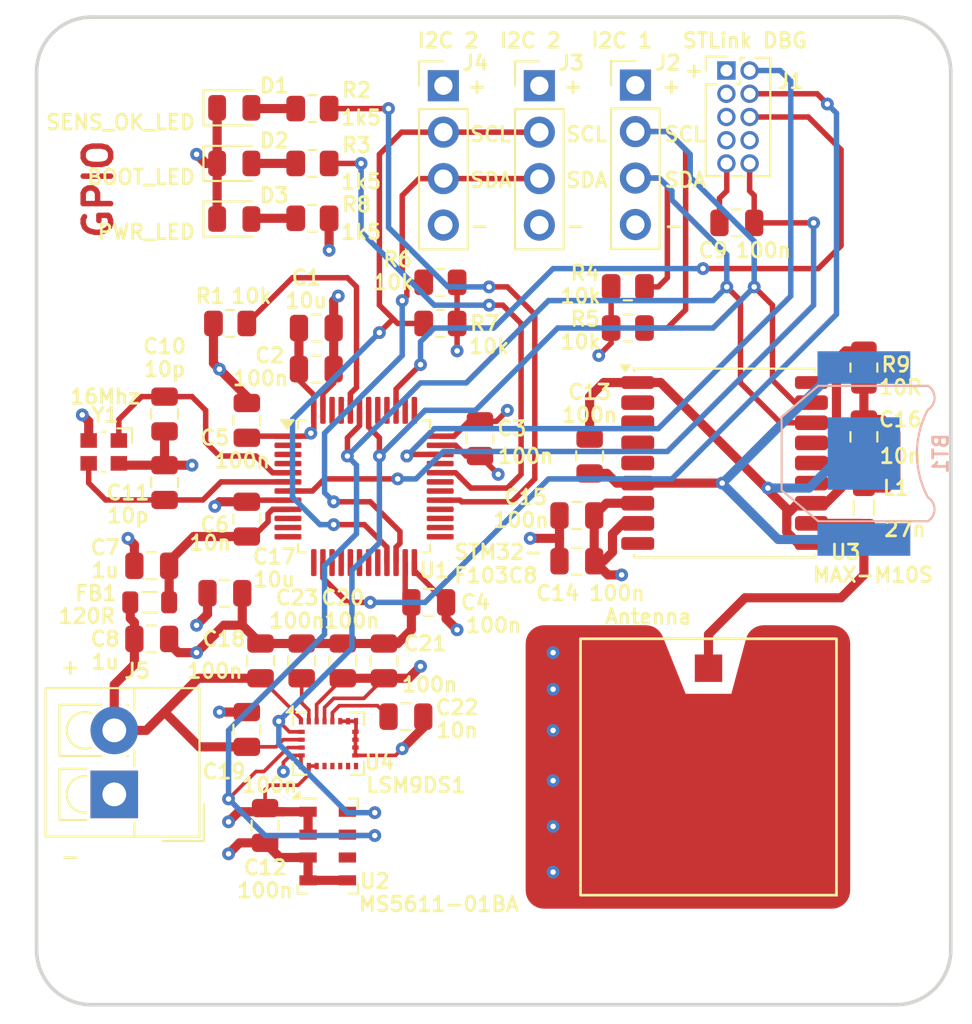
<source format=kicad_pcb>
(kicad_pcb (version 20240108) (generator "pcbnew") (generator_version "8.0")
  (layers (0 "F.Cu" signal) (1 "In1.Cu" power "Ground") (2 "In2.Cu" power "Voltage") (31 "B.Cu" signal) (34 "B.Paste" user) (35 "F.Paste" user) (36 "B.SilkS" user "B.Silkscreen") (37 "F.SilkS" user "F.Silkscreen") (38 "B.Mask" user) (39 "F.Mask" user) (44 "Edge.Cuts" user))
  (net 0 "")
  (net 1 "GND")
  (net 2 "+3.3V")
  (net 3 "/RCC_IN")
  (net 4 "/RCC_OUT")
  (net 5 "/BOOT0")
  (net 6 "/GPS/RF_IN")
  (net 7 "/GPS/V_BCKP")
  (net 8 "+3.3VA")
  (net 9 "NRST")
  (net 10 "/GPS/Antenna Power")
  (net 11 "Net-(U4-CAP)")
  (net 12 "Net-(U4-C1)")
  (net 13 "Net-(D1-A)")
  (net 14 "Net-(D2-A)")
  (net 15 "Net-(D3-A)")
  (net 16 "SWCLK")
  (net 19 "SWO")
  (net 20 "SWDIO")
  (net 21 "/SCL2")
  (net 22 "/SDA2")
  (net 23 "/SENS_OK_LED")
  (net 24 "/BOOT_LED")
  (net 25 "/GPS/VCC_RF")
  (net 52 "SCL1")
  (net 54 "SDA1")
  (footprint "Capacitor_SMD:C_0805_2012Metric" (layer "F.Cu") (at 92.2 84.25)
    (property "Reference" "C22")
    (property "Value" "10n")
  )
  (footprint "Capacitor_SMD:C_0805_2012Metric" (layer "F.Cu") (at 91 81.2 90)
    (property "Reference" "C21")
    (property "Value" "100n")
  )
  (footprint "LED_SMD:LED_0805_2012Metric" (layer "F.Cu") (at 82.8125 57.04)
    (property "Reference" "D3")
    (property "Value" "PWR_LED")
  )
  (footprint "Resistor_SMD:R_0805_2012Metric" (layer "F.Cu") (at 87.0875 57)
    (property "Reference" "R8")
    (property "Value" "1k5")
  )
  (footprint "Capacitor_SMD:C_0805_2012Metric" (layer "F.Cu") (at 83.5 68.05 90)
    (property "Reference" "C5")
    (property "Value" "100n")
  )
  (footprint "Package_LGA:LGA-24L_3x3.5mm_P0.43mm" (layer "F.Cu") (at 87.965 85.725)
    (property "Reference" "U4")
    (property "Value" "LSM9DS1")
  )
  (footprint "Capacitor_SMD:C_0805_2012Metric" (layer "F.Cu") (at 82.3 77.5)
    (property "Reference" "C17")
    (property "Value" "10u")
  )
  (footprint "Capacitor_SMD:C_0805_2012Metric" (layer "F.Cu") (at 78.3 80)
    (property "Reference" "C8")
    (property "Value" "1u")
  )
  (footprint "Connector_PinHeader_2.54mm:PinHeader_1x04_P2.54mm_Vertical" (layer "F.Cu") (at 99.5 49.75)
    (property "Reference" "J3")
    (property "Value" "Conn_01x04_Pin")
  )
  (footprint "MountingHole:MountingHole_2.2mm_M2" (layer "F.Cu") (at 75 49)
    (property "Reference" "H2")
    (property "Value" "MountingHole")
  )
  (footprint "LED_SMD:LED_0805_2012Metric" (layer "F.Cu") (at 82.8125 50.96)
    (property "Reference" "D1")
    (property "Value" "SENS_OK_LED")
  )
  (footprint "Resistor_SMD:R_0805_2012Metric" (layer "F.Cu") (at 117.25 65.1625 -90)
    (property "Reference" "R9")
    (property "Value" "10R")
  )
  (footprint "Capacitor_SMD:C_0805_2012Metric" (layer "F.Cu") (at 87.3 65.25)
    (property "Reference" "C2")
    (property "Value" "100n")
  )
  (footprint "MountingHole:MountingHole_2.2mm_M2" (layer "F.Cu") (at 119 97)
    (property "Reference" "H4")
    (property "Value" "MountingHole")
  )
  (footprint "Capacitor_SMD:C_0805_2012Metric" (layer "F.Cu") (at 79 67.7 -90)
    (property "Reference" "C10")
    (property "Value" "10p")
  )
  (footprint "Capacitor_SMD:C_0805_2012Metric" (layer "F.Cu") (at 110.3 57.25 180)
    (property "Reference" "C9")
    (property "Value" "100n")
  )
  (footprint "Connector_PinHeader_2.54mm:PinHeader_1x04_P2.54mm_Vertical" (layer "F.Cu") (at 94.25 49.75)
    (property "Reference" "J4")
    (property "Value" "Conn_01x04_Pin")
  )
  (footprint "Resistor_SMD:R_0805_2012Metric" (layer "F.Cu") (at 94.0875 62.75 180)
    (property "Reference" "R7")
    (property "Value" "10k")
  )
  (footprint "Capacitor_SMD:C_0805_2012Metric" (layer "F.Cu") (at 87.3 63)
    (property "Reference" "C1")
    (property "Value" "10u")
  )
  (footprint "Capacitor_SMD:C_0805_2012Metric" (layer "F.Cu") (at 83.5 73.45 90)
    (property "Reference" "C6")
    (property "Value" "10n")
  )
  (footprint "RF_GPS:ublox_MAX" (layer "F.Cu") (at 109.63 70.38)
    (property "Reference" "U3")
    (property "Value" "MAX-M10S")
  )
  (footprint "MountingHole:MountingHole_2.2mm_M2" (layer "F.Cu") (at 75.12132 97.12132)
    (property "Reference" "H3")
    (property "Value" "MountingHole")
  )
  (footprint "Connector_PinHeader_1.27mm:PinHeader_2x05_P1.27mm_Vertical" (layer "F.Cu") (at 109.73 48.92)
    (property "Reference" "J1")
    (property "Value" "Conn_ARM_JTAG_SWD_10")
  )
  (footprint "Resistor_SMD:R_0805_2012Metric" (layer "F.Cu") (at 104.3375 60.75)
    (property "Reference" "R4")
    (property "Value" "10k")
  )
  (footprint "Resistor_SMD:R_0805_2012Metric" (layer "F.Cu") (at 87.0875 51)
    (property "Reference" "R2")
    (property "Value" "1k5")
  )
  (footprint "Capacitor_SMD:C_0805_2012Metric" (layer "F.Cu") (at 83.5 84.95 90)
    (property "Reference" "C19")
    (property "Value" "100n")
  )
  (footprint "Resistor_SMD:R_0805_2012Metric" (layer "F.Cu") (at 94.0875 60.5 180)
    (property "Reference" "R6")
    (property "Value" "10k")
  )
  (footprint "Capacitor_SMD:C_0805_2012Metric" (layer "F.Cu") (at 79 71.45 90)
    (property "Reference" "C11")
    (property "Value" "10p")
  )
  (footprint "Package_LGA:LGA-8_3x5mm_P1.25mm" (layer "F.Cu") (at 87.925 91.325)
    (property "Reference" "U2")
    (property "Value" "MS5611-01BA")
  )
  (footprint "Resistor_SMD:R_0805_2012Metric" (layer "F.Cu") (at 104.3375 63)
    (property "Reference" "R5")
    (property "Value" "10k")
  )
  (footprint "Inductor_SMD:L_0805_2012Metric" (layer "F.Cu") (at 78.1875 78 180)
    (property "Reference" "FB1")
    (property "Value" "120R")
  )
  (footprint "Capacitor_SMD:C_0805_2012Metric" (layer "F.Cu") (at 117.25 68.95 -90)
    (property "Reference" "C16")
    (property "Value" "10n")
  )
  (footprint "Capacitor_SMD:C_0805_2012Metric" (layer "F.Cu") (at 84.5 90.2 -90)
    (property "Reference" "C12")
    (property "Value" "100n")
  )
  (footprint "Capacitor_SMD:C_0805_2012Metric" (layer "F.Cu") (at 78.3 76 180)
    (property "Reference" "C7")
    (property "Value" "1u")
  )
  (footprint "LED_SMD:LED_0805_2012Metric" (layer "F.Cu") (at 82.8125 54)
    (property "Reference" "D2")
    (property "Value" "BOOT_LED")
  )
  (footprint "Inductor_SMD:L_0805_2012Metric" (layer "F.Cu") (at 117.25 72.8125 -90)
    (property "Reference" "L1")
    (property "Value" "27n")
  )
  (footprint "Capacitor_SMD:C_0805_2012Metric" (layer "F.Cu") (at 88.75 81.2 90)
    (property "Reference" "C20")
    (property "Value" "100n")
  )
  (footprint "MountingHole:MountingHole_2.2mm_M2" (layer "F.Cu") (at 119 49)
    (property "Reference" "H1")
    (property "Value" "MountingHole")
  )
  (footprint "Capacitor_SMD:C_0805_2012Metric" (layer "F.Cu") (at 84.25 81.2 90)
    (property "Reference" "C18")
    (property "Value" "100n")
  )
  (footprint "TerminalBlock_4Ucon:TerminalBlock_4Ucon_1x02_P3.50mm_Vertical" (layer "F.Cu") (at 76.25 88.5 90)
    (property "Reference" "J5")
    (property "Value" "Screw_Terminal_01x02")
  )
  (footprint "Capacitor_SMD:C_0805_2012Metric" (layer "F.Cu") (at 101.55 73.25 180)
    (property "Reference" "C15")
    (property "Value" "100n")
  )
  (footprint "Connector_PinHeader_2.54mm:PinHeader_1x04_P2.54mm_Vertical" (layer "F.Cu") (at 104.75 49.72)
    (property "Reference" "J2")
    (property "Value" "Conn_01x04_Pin")
  )
  (footprint "Crystal:Crystal_SMD_Abracon_ABM10-4Pin_2.5x2.0mm" (layer "F.Cu") (at 75.675 69.775 -90)
    (property "Reference" "Y1")
    (property "Value" "16Mhz")
  )
  (footprint "Capacitor_SMD:C_0805_2012Metric" (layer "F.Cu") (at 101.55 75.75 180)
    (property "Reference" "C14")
    (property "Value" "100n")
  )
  (footprint "Capacitor_SMD:C_0805_2012Metric" (layer "F.Cu") (at 86.5 81.2 90)
    (property "Reference" "C23")
    (property "Value" "100n")
  )
  (footprint "Resistor_SMD:R_0805_2012Metric" (layer "F.Cu") (at 82.5875 62.75)
    (property "Reference" "R1")
    (property "Value" "10k")
  )
  (footprint "Capacitor_SMD:C_0805_2012Metric" (layer "F.Cu") (at 93.45 78 180)
    (property "Reference" "C4")
    (property "Value" "100n")
  )
  (footprint "PatchAntenna:SGGP.12.A" (layer "F.Cu") (at 108.242 89.076 180)
    (property "Reference" "Antenna1")
    (property "Value" "Antenna_Chip")
  )
  (footprint "Capacitor_SMD:C_0805_2012Metric" (layer "F.Cu") (at 96.25 69.05 -90)
    (property "Reference" "C3")
    (property "Value" "100n")
  )
  (footprint "Resistor_SMD:R_0805_2012Metric" (layer "F.Cu") (at 87.0875 54)
    (property "Reference" "R3")
    (property "Value" "1k5")
  )
  (footprint "Package_QFP:LQFP-48_7x7mm_P0.5mm" (layer "F.Cu") (at 89.9125 71.6625)
    (property "Reference" "U1")
    (property "Value" "STM32F103C8Tx")
  )
  (footprint "Capacitor_SMD:C_0805_2012Metric" (layer "F.Cu") (at 102.25 70 90)
    (property "Reference" "C13")
    (property "Value" "100n")
  )
  (footprint "Battery:BatteryHolder_Keystone_2998_1x6.8mm" (layer "B.Cu") (at 117.25 69.8625 90)
    (property "Reference" "BT1")
    (property "Value" "Battery_Cell")
  )
  (gr_line (start 75 100) (end 119 100) (stroke (width 0.2)) (layer "Edge.Cuts"))
  (gr_line (start 122 97) (end 122 49) (stroke (width 0.2)) (layer "Edge.Cuts"))
  (gr_arc (start 72 49) (mid 72.87868 46.87868) (end 75 46) (stroke (width 0.2)) (layer "Edge.Cuts"))
  (gr_arc (start 119 46) (mid 121.12132 46.87868) (end 122 49) (stroke (width 0.2)) (layer "Edge.Cuts"))
  (gr_line (start 119 46) (end 75 46) (stroke (width 0.2)) (layer "Edge.Cuts"))
  (gr_line (start 72 49) (end 72 97) (stroke (width 0.2)) (layer "Edge.Cuts"))
  (gr_arc (start 75 100) (mid 72.87868 99.12132) (end 72 97) (stroke (width 0.2)) (layer "Edge.Cuts"))
  (gr_arc (start 122 97) (mid 121.12132 99.12132) (end 119 100) (stroke (width 0.2)) (layer "Edge.Cuts"))
  (gr_text "GPIO" (at 76.25 58.25 90) (layer "F.Cu") (effects (font (size 1.5 1.5) (thickness 0.3) (bold yes)) (justify left bottom)))
  (gr_text "Antenna" (at 103 79.25 0) (layer "F.SilkS") (effects (font (size 0.8 0.8) (thickness 0.153)) (justify left bottom)))
  (gr_text "I2C 1" (at 102.25 47.75 0) (layer "F.SilkS") (effects (font (size 0.8 0.8) (thickness 0.153)) (justify left bottom)))
  (gr_text "-" (at 95.625 57.875 0) (layer "F.SilkS") (effects (font (size 0.8 0.8) (thickness 0.153)) (justify left bottom)))
  (gr_text "-" (at 106.25 57.875 0) (layer "F.SilkS") (effects (font (size 0.8 0.8) (thickness 0.153)) (justify left bottom)))
  (gr_text "SDA" (at 106.25 55.375 0) (layer "F.SilkS") (effects (font (size 0.8 0.8) (thickness 0.153)) (justify left bottom)))
  (gr_text "SCL" (at 95.625 52.875 0) (layer "F.SilkS") (effects (font (size 0.8 0.8) (thickness 0.153)) (justify left bottom)))
  (gr_text "SCL" (at 100.875 52.875 0) (layer "F.SilkS") (effects (font (size 0.8 0.8) (thickness 0.153)) (justify left bottom)))
  (gr_text "SDA" (at 95.625 55.375 0) (layer "F.SilkS") (effects (font (size 0.8 0.8) (thickness 0.153)) (justify left bottom)))
  (gr_text "STLink DBG" (at 107.25 47.75 0) (layer "F.SilkS") (effects (font (size 0.8 0.8) (thickness 0.153)) (justify left bottom)))
  (gr_text "+" (at 73.25 82 0) (layer "F.SilkS") (effects (font (size 0.8 0.8) (thickness 0.153)) (justify left bottom)))
  (gr_text "SCL" (at 106.25 52.875 0) (layer "F.SilkS") (effects (font (size 0.8 0.8) (thickness 0.153)) (justify left bottom)))
  (gr_text "+" (at 107.375 49.375 0) (layer "F.SilkS") (effects (font (size 0.8 0.8) (thickness 0.153)) (justify left bottom)))
  (gr_text "+" (at 100.75 50.25 0) (layer "F.SilkS") (effects (font (size 0.8 0.8) (thickness 0.153)) (justify left bottom)))
  (gr_text "SDA" (at 100.875 55.375 0) (layer "F.SilkS") (effects (font (size 0.8 0.8) (thickness 0.153)) (justify left bottom)))
  (gr_text "STM32-\nF103C8\n" (at 94.75 77 0) (layer "F.SilkS") (effects (font (size 0.8 0.8) (thickness 0.153)) (justify left bottom)))
  (gr_text "-" (at 73.25 92.375 0) (layer "F.SilkS") (effects (font (size 0.8 0.8) (thickness 0.153)) (justify left bottom)))
  (gr_text "I2C 2" (at 92.75 47.75 0) (layer "F.SilkS") (effects (font (size 0.8 0.8) (thickness 0.153)) (justify left bottom)))
  (gr_text "-" (at 100.875 57.875 0) (layer "F.SilkS") (effects (font (size 0.8 0.8) (thickness 0.153)) (justify left bottom)))
  (gr_text "+" (at 106.125 50.25 0) (layer "F.SilkS") (effects (font (size 0.8 0.8) (thickness 0.153)) (justify left bottom)))
  (gr_text "+" (at 95.5 50.25 0) (layer "F.SilkS") (effects (font (size 0.8 0.8) (thickness 0.153)) (justify left bottom)))
  (gr_text "I2C 2" (at 97.25 47.75 0) (layer "F.SilkS") (effects (font (size 0.8 0.8) (thickness 0.153)) (justify left bottom)))
  (segment (start 89.44 86.37) (end 91.63 86.37) (width 0.2) (layer "F.Cu") (net 1))
  (segment (start 81.875 50.96) (end 81.875 54) (width 0.5) (layer "F.Cu") (net 1))
  (segment (start 100.6 73.25) (end 100.6 74.5) (width 0.5) (layer "F.Cu") (net 1))
  (segment (start 109.75 54.02) (end 109.73 54) (width 0.3) (layer "F.Cu") (net 1))
  (segment (start 83.5 84) (end 82 84) (width 0.5) (layer "F.Cu") (net 1))
  (segment (start 86.46 86.4) (end 86.46 86.95) (width 0.2) (layer "F.Cu") (net 1))
  (segment (start 89.04 84.5) (end 89.47 84.5) (width 0.2) (layer "F.Cu") (net 1))
  (segment (start 83.25 79.25) (end 84.25 80.25) (width 0.5) (layer "F.Cu") (net 1))
  (segment (start 79 70.5) (end 80.5 70.5) (width 0.5) (layer "F.Cu") (net 1))
  (segment (start 77.35 74.85) (end 77 74.5) (width 0.5) (layer "F.Cu") (net 1))
  (segment (start 79.25 80.25) (end 79.25 80) (width 0.5) (layer "F.Cu") (net 1))
  (segment (start 117.25 69.9) (end 116 71.15) (width 0.5) (layer "F.Cu") (net 1))
  (segment (start 94.91562 69.4125) (end 95.1625 69.65938) (width 0.3) (layer "F.Cu") (net 1))
  (segment (start 113.03 73.75) (end 113.03 72.88) (width 0.5) (layer "F.Cu") (net 1))
  (segment (start 86.85 93.2) (end 89 93.2) (width 0.5) (layer "F.Cu") (net 1))
  (segment (start 82.25 79.25) (end 83.25 79.25) (width 0.5) (layer "F.Cu") (net 1))
  (segment (start 87.6625 66.5875) (end 88.25 66) (width 0.3) (layer "F.Cu") (net 1))
  (segment (start 74.85 68.1) (end 74.5 67.75) (width 0.5) (layer "F.Cu") (net 1))
  (segment (start 85.5 86.75) (end 85.88 86.37) (width 0.2) (layer "F.Cu") (net 1))
  (segment (start 88.25 61.5) (end 88.5 61.25) (width 0.5) (layer "F.Cu") (net 1))
  (segment (start 77.35 76) (end 77.35 74.85) (width 0.5) (layer "F.Cu") (net 1))
  (segment (start 85.3 91.95) (end 84.5 91.15) (width 0.5) (layer "F.Cu") (net 1))
  (segment (start 96.25 70) (end 97.25 71) (width 0.3) (layer "F.Cu") (net 1))
  (segment (start 100.6 74.5) (end 100.6 75.75) (width 0.5) (layer "F.Cu") (net 1))
  (segment (start 95.1625 69.65938) (end 95.1625 69.6625) (width 0.3) (layer "F.Cu") (net 1))
  (segment (start 86.85 91.95) (end 85.3 91.95) (width 0.5) (layer "F.Cu") (net 1))
  (segment (start 85.5 87.25) (end 85.5 86.75) (width 0.2) (layer "F.Cu") (net 1))
  (segment (start 95.5 70) (end 96.25 70) (width 0.3) (layer "F.Cu") (net 1))
  (segment (start 82 65.25) (end 81.675 64.925) (width 0.5) (layer "F.Cu") (net 1))
  (segment (start 88.25 63) (end 88.25 65.25) (width 0.5) (layer "F.Cu") (net 1))
  (segment (start 93.15 84.25) (end 93.15 84.85) (width 0.5) (layer "F.Cu") (net 1))
  (segment (start 91.63 86.37) (end 92 86) (width 0.2) (layer "F.Cu") (net 1))
  (segment (start 116 71.15) (end 116 71.75) (width 0.5) (layer "F.Cu") (net 1))
  (segment (start 103.02 65.98) (end 102.25 66.75) (width 0.5) (layer "F.Cu") (net 1))
  (segment (start 115.17 72.58) (end 114.38 72.58) (width 0.5) (layer "F.Cu") (net 1))
  (segment (start 116 71.75) (end 115.17 72.58) (width 0.5) (layer "F.Cu") (net 1))
  (segment (start 79 68.65) (end 79 70.5) (width 0.5) (layer "F.Cu") (net 1))
  (segment (start 92.1625 77.6625) (end 92.5 78) (width 0.3) (layer "F.Cu") (net 1))
  (segment (start 88.61 84.5) (end 89.04 84.5) (width 0.2) (layer "F.Cu") (net 1))
  (segment (start 113.03 73.75) (end 113.03 73.20522) (width 0.5) (layer "F.Cu") (net 1))
  (segment (start 104.88 65.98) (end 103.02 65.98) (width 0.5) (layer "F.Cu") (net 1))
  (segment (start 109.35 57.25) (end 109.35 55.9) (width 0.3) (layer "F.Cu") (net 1))
  (segment (start 81.25 54) (end 80.75 53.5) (width 0.5) (layer "F.Cu") (net 1))
  (segment (start 94.075 69.4125) (end 94.91562 69.4125) (width 0.3) (layer "F.Cu") (net 1))
  (segment (start 76.6 70.5) (end 76.5 70.4) (width 0.5) (layer "F.Cu") (net 1))
  (segment (start 81.875 54) (end 81.25 54) (width 0.5) (layer "F.Cu") (net 1))
  (segment (start 83.5 72.5) (end 82 72.5) (width 0.5) (layer "F.Cu") (net 1))
  (segment (start 102.25 66.75) (end 102.25 69.05) (width 0.5) (layer "F.Cu") (net 1))
  (segment (start 85.88 86.37) (end 86.49 86.37) (width 0.2) (layer "F.Cu") (net 1))
  (segment (start 89.44 85.08) (end 89.44 85.51) (width 0.2) (layer "F.Cu") (net 1))
  (segment (start 106.13 65.98) (end 104.88 65.98) (width 0.5) (layer "F.Cu") (net 1))
  (segment (start 85.75 72.4125) (end 83.3375 72.4125) (width 0.3) (layer "F.Cu") (net 1))
  (segment (start 113.03 74.15478) (end 113.03 73.75) (width 0.5) (layer "F.Cu") (net 1))
  (segment (start 74.85 69.15) (end 74.85 68.1) (width 0.5) (layer "F.Cu") (net 1))
  (segment (start 92.1625 75.825) (end 92.1625 77.6625) (width 0.3) (layer "F.Cu") (net 1))
  (segment (start 109.75 55.5) (end 109.75 54.02) (width 0.3) (layer "F.Cu") (net 1))
  (segment (start 113.65522 74.78) (end 113.03 74.15478) (width 0.5) (layer "F.Cu") (net 1))
  (segment (start 82 72.5) (end 81.75 72.75) (width 0.5) (layer "F.Cu") (net 1))
  (segment (start 113.03 72.88) (end 106.13 65.98) (width 0.5) (layer "F.Cu") (net 1))
  (segment (start 100.6 74.5) (end 99 74.5) (width 0.5) (layer "F.Cu") (net 1))
  (segment (start 86.49 86.37) (end 86.46 86.4) (width 0.2) (layer "F.Cu") (net 1))
  (segment (start 79.75 80.75) (end 79.25 80.25) (width 0.5) (layer "F.Cu") (net 1))
  (segment (start 86.5 80.25) (end 88.75 80.25) (width 0.5) (layer "F.Cu") (net 1))
  (segment (start 89.44 85.94) (end 89.44 86.37) (width 0.2) (layer "F.Cu") (net 1))
  (segment (start 84.25 80.25) (end 86.5 80.25) (width 0.5) (layer "F.Cu") (net 1))
  (segment (start 92.5 79.5) (end 92.5 78) (width 0.5) (layer "F.Cu") (net 1))
  (segment (start 109.35 55.9) (end 109.75 55.5) (width 0.3) (layer "F.Cu") (net 1))
  (segment (start 83.5 67.1) (end 83.5 66.75) (width 0.5) (layer "F.Cu") (net 1))
  (segment (start 89.47 84.5) (end 89.47 85.05) (width 0.2) (layer "F.Cu") (net 1))
  (segment (start 83.3375 72.4125) (end 83.25 72.5) (width 0.3) (layer "F.Cu") (net 1))
  (segment (start 87.6625 67.5) (end 87.6625 66.5875) (width 0.3) (layer "F.Cu") (net 1))
  (segment (start 86.85 91.95) (end 86.85 93.2) (width 0.5) (layer "F.Cu") (net 1))
  (segment (start 80.75 80.75) (end 82.25 79.25) (width 0.5) (layer "F.Cu") (net 1))
  (segment (start 88.75 80.25) (end 91 80.25) (width 0.5) (layer "F.Cu") (net 1))
  (segment (start 81.675 64.925) (end 81.675 62.75) (width 0.5) (layer "F.Cu") (net 1))
  (segment (start 91.75 80.25) (end 92.5 79.5) (width 0.5) (layer "F.Cu") (net 1))
  (segment (start 93.15 84.85) (end 92 86) (width 0.5) (layer "F.Cu") (net 1))
  (segment (start 89.47 85.05) (end 89.44 85.08) (width 0.2) (layer "F.Cu") (net 1))
  (segment (start 91 80.25) (end 91.75 80.25) (width 0.5) (layer "F.Cu") (net 1))
  (segment (start 114.38 74.78) (end 113.65522 74.78) (width 0.5) (layer "F.Cu") (net 1))
  (segment (start 83.1 91.15) (end 82.5 91.75) (width 0.5) (layer "F.Cu") (net 1))
  (segment (start 80.75 80.75) (end 79.75 80.75) (width 0.5) (layer "F.Cu") (net 1))
  (segment (start 81.875 54) (end 81.875 57.04) (width 0.5) (layer "F.Cu") (net 1))
  (segment (start 113.65522 72.58) (end 114.38 72.58) (width 0.5) (layer "F.Cu") (net 1))
  (segment (start 113.03 73.20522) (end 113.65522 72.58) (width 0.5) (layer "F.Cu") (net 1))
  (segment (start 88.25 66) (end 88.25 65.25) (width 0.3) (layer "F.Cu") (net 1))
  (segment (start 89.44 85.51) (end 89.44 85.94) (width 0.2) (layer "F.Cu") (net 1))
  (segment (start 83.5 66.75) (end 82 65.25) (width 0.5) (layer "F.Cu") (net 1))
  (segment (start 88.25 63) (end 88.25 61.5) (width 0.5) (layer "F.Cu") (net 1))
  (segment (start 79 70.5) (end 76.6 70.5) (width 0.5) (layer "F.Cu") (net 1))
  (segment (start 84.5 91.15) (end 83.1 91.15) (width 0.5) (layer "F.Cu") (net 1))
  (segment (start 95.1625 69.6625) (end 95.5 70) (width 0.3) (layer "F.Cu") (net 1))
  (segment (start 83.25 77.5) (end 83.25 79.25) (width 0.5) (layer "F.Cu") (net 1))
  (via (at 100.25 80.75) (size 0.7) (drill 0.3) (layers "F.Cu" "B.Cu") (net 1))
  (via (at 92 86) (size 0.7) (drill 0.3) (layers "F.Cu" "B.Cu") (net 1))
  (via (at 100.25 87.75) (size 0.7) (drill 0.3) (layers "F.Cu" "B.Cu") (net 1))
  (via (at 100.25 85) (size 0.7) (drill 0.3) (layers "F.Cu" "B.Cu") (net 1))
  (via (at 82 84) (size 0.7) (drill 0.3) (layers "F.Cu" "B.Cu") (net 1))
  (via (at 80.75 53.5) (size 0.7) (drill 0.3) (layers "F.Cu" "B.Cu") (net 1))
  (via (at 100.25 92.75) (size 0.7) (drill 0.3) (layers "F.Cu" "B.Cu") (net 1))
  (via (at 100.25 90.25) (size 0.7) (drill 0.3) (layers "F.Cu" "B.Cu") (net 1))
  (via (at 82.5 91.75) (size 0.7) (drill 0.3) (layers "F.Cu" "B.Cu") (net 1))
  (via (at 74.5 67.75) (size 0.7) (drill 0.3) (layers "F.Cu" "B.Cu") (net 1))
  (via (at 80.75 80.75) (size 0.7) (drill 0.3) (layers "F.Cu" "B.Cu") (net 1))
  (via (at 97.25 71) (size 0.7) (drill 0.3) (layers "F.Cu" "B.Cu") (net 1))
  (via (at 81.75 72.75) (size 0.7) (drill 0.3) (layers "F.Cu" "B.Cu") (net 1))
  (via (at 85.5 87.25) (size 0.7) (drill 0.3) (layers "F.Cu" "B.Cu") (net 1))
  (via (at 80.5 70.5) (size 0.7) (drill 0.3) (layers "F.Cu" "B.Cu") (net 1))
  (via (at 77 74.5) (size 0.7) (drill 0.3) (layers "F.Cu" "B.Cu") (net 1))
  (via (at 88.5 61.25) (size 0.7) (drill 0.3) (layers "F.Cu" "B.Cu") (net 1))
  (via (at 99 74.5) (size 0.7) (drill 0.3) (layers "F.Cu" "B.Cu") (net 1))
  (via (at 112 71.75) (size 0.7) (drill 0.3) (layers "F.Cu" "B.Cu") (net 1))
  (via (at 100.25 82.75) (size 0.7) (drill 0.3) (layers "F.Cu" "B.Cu") (net 1))
  (via (at 82 65.25) (size 0.7) (drill 0.3) (layers "F.Cu" "B.Cu") (net 1))
  (segment (start 112 71.75) (end 114.25 71.75) (width 0.5) (layer "B.Cu") (net 1))
  (segment (start 116.1375 69.8625) (end 117.25 69.8625) (width 0.5) (layer "B.Cu") (net 1))
  (segment (start 114.25 71.75) (end 116.1375 69.8625) (width 0.5) (layer "B.Cu") (net 1))
  (segment (start 77.35 79.1) (end 77.125 78.875) (width 0.5) (layer "F.Cu") (net 2))
  (segment (start 84.5 88.25) (end 84.75 88) (width 0.2) (layer "F.Cu") (net 2))
  (segment (start 87.32 83.58) (end 88.75 82.15) (width 0.2) (layer "F.Cu") (net 2))
  (segment (start 85.5 89.45) (end 84.7 89.45) (width 0.5) (layer "F.Cu") (net 2))
  (segment (start 80.9 85.9) (end 83.5 85.9) (width 0.5) (layer "F.Cu") (net 2))
  (segment (start 88.9 82.15) (end 88.75 82.15) (width 0.2) (layer "F.Cu") (net 2))
  (segment (start 79 84) (end 80.85 82.15) (width 0.5) (layer "F.Cu") (net 2))
  (segment (start 94.075 68.9125) (end 94.8375 68.9125) (width 0.3) (layer "F.Cu") (net 2))
  (segment (start 103.17 72.58) (end 104.88 72.58) (width 0.5) (layer "F.Cu") (net 2))
  (segment (start 95.65 68.1) (end 96.25 68.1) (width 0.3) (layer "F.Cu") (net 2))
  (segment (start 94.4 78.9) (end 94.4 78) (width 0.5) (layer "F.Cu") (net 2))
  (segment (start 87.75 84.5) (end 87.75 83.75) (width 0.2) (layer "F.Cu") (net 2))
  (segment (start 77.125 78.875) (end 77.125 78) (width 0.5) (layer "F.Cu") (net 2))
  (segment (start 103.425 60.75) (end 103.425 63) (width 0.3) (layer "F.Cu") (net 2))
  (segment (start 86.46 84.36) (end 84.25 82.15) (width 0.2) (layer "F.Cu") (net 2))
  (segment (start 77.35 80) (end 77.35 81.4) (width 0.5) (layer "F.Cu") (net 2))
  (segment (start 93 81.5) (end 92.35 82.15) (width 0.5) (layer "F.Cu") (net 2))
  (segment (start 83.05 89.45) (end 82.5 90) (width 0.5) (layer "F.Cu") (net 2))
  (segment (start 84.7 89.45) (end 84.5 89.25) (width 0.5) (layer "F.Cu") (net 2))
  (segment (start 78 85) (end 79 84) (width 0.5) (layer "F.Cu") (net 2))
  (segment (start 88.25 83.25) (end 89.9 83.25) (width 0.2) (layer "F.Cu") (net 2))
  (segment (start 77.35 80) (end 77.35 79.1) (width 0.5) (layer "F.Cu") (net 2))
  (segment (start 97.15 68.1) (end 97.75 67.5) (width 0.3) (layer "F.Cu") (net 2))
  (segment (start 86.8375 68.9125) (end 87 68.75) (width 0.3) (layer "F.Cu") (net 2))
  (segment (start 84.5 89.25) (end 84.5 88.25) (width 0.2) (layer "F.Cu") (net 2))
  (segment (start 87.1625 67.5) (end 87.1625 68.5875) (width 0.3) (layer "F.Cu") (net 2))
  (segment (start 83.5875 68.9125) (end 83.5 69) (width 0.3) (layer "F.Cu") (net 2))
  (segment (start 94.8375 68.9125) (end 95.65 68.1) (width 0.3) (layer "F.Cu") (net 2))
  (segment (start 104.07 73.68) (end 103.5 74.25) (width 0.5) (layer "F.Cu") (net 2))
  (segment (start 95 79.5) (end 94.4 78.9) (width 0.5) (layer "F.Cu") (net 2))
  (segment (start 92.6625 76.2625) (end 94.4 78) (width 0.3) (layer "F.Cu") (net 2))
  (segment (start 85.75 68.9125) (end 83.5875 68.9125) (width 0.3) (layer "F.Cu") (net 2))
  (segment (start 102.5 75.75) (end 102.5 73.25) (width 0.5) (layer "F.Cu") (net 2))
  (segment (start 95 62.75) (end 95 64.25) (width 0.3) (layer "F.Cu") (net 2))
  (segment (start 89.9 83.25) (end 91 82.15) (width 0.2) (layer "F.Cu") (net 2))
  (segment (start 86.85 89.45) (end 85.5 89.45) (width 0.5) (layer "F.Cu") (net 2))
  (segment (start 102.5 73.25) (end 103.17 72.58) (width 0.5) (layer "F.Cu") (net 2))
  (segment (start 87.1625 66.6625) (end 86.35 65.85) (width 0.3) (layer "F.Cu") (net 2))
  (segment (start 84.75 88) (end 86.3 88) (width 0.2) (layer "F.Cu") (net 2))
  (segment (start 102.5 75.75) (end 103.25 76.5) (width 0.5) (layer "F.Cu") (net 2))
  (segment (start 86.3 88) (end 86.89 87.41) (width 0.2) (layer "F.Cu") (net 2))
  (segment (start 103.25 76.5) (end 104 76.5) (width 0.5) (layer "F.Cu") (net 2))
  (segment (start 77.35 81.4) (end 76.25 82.5) (width 0.5) (layer "F.Cu") (net 2))
  (segment (start 103 75.75) (end 102.5 75.75) (width 0.5) (layer "F.Cu") (net 2))
  (segment (start 103.425 63.825) (end 102.75 64.5) (width 0.3) (layer "F.Cu") (net 2))
  (segment (start 103.5 74.25) (end 103.5 75.25) (width 0.5) (layer "F.Cu") (net 2))
  (segment (start 85.1 85.9) (end 83.5 85.9) (width 0.2) (layer "F.Cu") (net 2))
  (segment (start 76.25 82.5) (end 76.25 85) (width 0.5) (layer "F.Cu") (net 2))
  (segment (start 76.25 85) (end 78 85) (width 0.5) (layer "F.Cu") (net 2))
  (segment (start 80.85 82.15) (end 84.25 82.15) (width 0.5) (layer "F.Cu") (net 2))
  (segment (start 79 84) (end 80.9 85.9) (width 0.5) (layer "F.Cu") (net 2))
  (segment (start 87.32 86.95) (end 86.89 86.95) (width 0.2) (layer "F.Cu") (net 2))
  (segment (start 104.88 73.68) (end 104.07 73.68) (width 0.5) (layer "F.Cu") (net 2))
  (segment (start 81.35 77.5) (end 81.35 78.65) (width 0.5) (layer "F.Cu") (net 2))
  (segment (start 103.425 63) (end 103.425 63.825) (width 0.3) (layer "F.Cu") (net 2))
  (segment (start 86.49 85.51) (end 85.49 85.51) (width 0.2) (layer "F.Cu") (net 2))
  (segment (start 86.35 65.85) (end 86.35 65.25) (width 0.3) (layer "F.Cu") (net 2))
  (segment (start 87.1625 68.5875) (end 87 68.75) (width 0.3) (layer "F.Cu") (net 2))
  (segment (start 103.5 75.25) (end 103 75.75) (width 0.5) (layer "F.Cu") (net 2))
  (segment (start 85.49 85.51) (end 85.1 85.9) (width 0.2) (layer "F.Cu") (net 2))
  (segment (start 92 82.15) (end 91 82.15) (width 0.5) (layer "F.Cu") (net 2))
  (segment (start 92.35 82.15) (end 92 82.15) (width 0.5) (layer "F.Cu") (net 2))
  (segment (start 95 60.5) (end 95 62.75) (width 0.3) (layer "F.Cu") (net 2))
  (segment (start 85.75 68.9125) (end 86.8375 68.9125) (width 0.3) (layer "F.Cu") (net 2))
  (segment (start 86.46 84.5) (end 86.46 84.36) (width 0.2) (layer "F.Cu") (net 2))
  (segment (start 92 82.15) (end 88.75 82.15) (width 0.5) (layer "F.Cu") (net 2))
  (segment (start 87.1625 67.5) (end 87.1625 66.6625) (width 0.3) (layer "F.Cu") (net 2))
  (segment (start 88 57) (end 88 58.75) (width 0.5) (layer "F.Cu") (net 2))
  (segment (start 87.32 84.5) (end 87.32 83.58) (width 0.2) (layer "F.Cu") (net 2))
  (segment (start 86.85 90.7) (end 86.85 89.45) (width 0.5) (layer "F.Cu") (net 2))
  (segment (start 96.25 68.1) (end 97.15 68.1) (width 0.3) (layer "F.Cu") (net 2))
  (segment (start 92.6625 75.825) (end 92.6625 76.2625) (width 0.3) (layer "F.Cu") (net 2))
  (segment (start 81.35 78.65) (end 80.75 79.25) (width 0.5) (layer "F.Cu") (net 2))
  (segment (start 87.75 83.75) (end 88.25 83.25) (width 0.2) (layer "F.Cu") (net 2))
  (segment (start 85.5 89.45) (end 83.05 89.45) (width 0.5) (layer "F.Cu") (net 2))
  (segment (start 86.35 63) (end 86.35 65.25) (width 0.5) (layer "F.Cu") (net 2))
  (segment (start 86.89 87.41) (end 86.89 86.95) (width 0.2) (layer "F.Cu") (net 2))
  (via (at 80.75 79.25) (size 0.7) (drill 0.3) (layers "F.Cu" "B.Cu") (net 2))
  (via (at 82.5 90) (size 0.7) (drill 0.3) (layers "F.Cu" "B.Cu") (net 2))
  (via (at 104 76.5) (size 0.7) (drill 0.3) (layers "F.Cu" "B.Cu") (net 2))
  (via (at 93 81.5) (size 0.7) (drill 0.3) (layers "F.Cu" "B.Cu") (net 2))
  (via (at 95 79.5) (size 0.7) (drill 0.3) (layers "F.Cu" "B.Cu") (net 2))
  (via (at 87 68.75) (size 0.7) (drill 0.3) (layers "F.Cu" "B.Cu") (net 2))
  (via (at 97.75 67.5) (size 0.7) (drill 0.3) (layers "F.Cu" "B.Cu") (net 2))
  (via (at 102.75 64.5) (size 0.7) (drill 0.3) (layers "F.Cu" "B.Cu") (net 2))
  (via (at 88 58.75) (size 0.7) (drill 0.3) (layers "F.Cu" "B.Cu") (net 2))
  (via (at 95 64.25) (size 0.7) (drill 0.3) (layers "F.Cu" "B.Cu") (net 2))
  (segment (start 85.75 70.9125) (end 84.90938 70.9125) (width 0.3) (layer "F.Cu") (net 3))
  (segment (start 83.99688 70) (end 82 70) (width 0.3) (layer "F.Cu") (net 3))
  (segment (start 77.75 66.75) (end 76.5 68) (width 0.3) (layer "F.Cu") (net 3))
  (segment (start 81.25 69.25) (end 81.25 67.5) (width 0.3) (layer "F.Cu") (net 3))
  (segment (start 84.90938 70.9125) (end 84.49844 70.50156) (width 0.3) (layer "F.Cu") (net 3))
  (segment (start 80.5 66.75) (end 79 66.75) (width 0.3) (layer "F.Cu") (net 3))
  (segment (start 76.5 68) (end 76.5 69.15) (width 0.3) (layer "F.Cu") (net 3))
  (segment (start 82 70) (end 81.25 69.25) (width 0.3) (layer "F.Cu") (net 3))
  (segment (start 84.25 70.25312) (end 83.99688 70) (width 0.3) (layer "F.Cu") (net 3))
  (segment (start 81.25 67.5) (end 80.5 66.75) (width 0.3) (layer "F.Cu") (net 3))
  (segment (start 79 66.75) (end 77.75 66.75) (width 0.3) (layer "F.Cu") (net 3))
  (segment (start 84.49844 70.50156) (end 84.25 70.25312) (width 0.3) (layer "F.Cu") (net 3))
  (segment (start 75.775 72.4) (end 74.85 71.475) (width 0.3) (layer "F.Cu") (net 4))
  (segment (start 79 72.4) (end 75.775 72.4) (width 0.3) (layer "F.Cu") (net 4))
  (segment (start 81.1 72.4) (end 79 72.4) (width 0.3) (layer "F.Cu") (net 4))
  (segment (start 82.0875 71.4125) (end 81.1 72.4) (width 0.3) (layer "F.Cu") (net 4))
  (segment (start 85.75 71.4125) (end 82.0875 71.4125) (width 0.3) (layer "F.Cu") (net 4))
  (segment (start 74.85 71.475) (end 74.85 70.4) (width 0.3) (layer "F.Cu") (net 4))
  (segment (start 83.5 62.75) (end 86 60.25) (width 0.3) (layer "F.Cu") (net 5))
  (segment (start 89 60.25) (end 89.5 60.75) (width 0.3) (layer "F.Cu") (net 5))
  (segment (start 89.1625 66.5875) (end 89.1625 67.5) (width 0.3) (layer "F.Cu") (net 5))
  (segment (start 89.5 60.75) (end 89.5 66.25) (width 0.3) (layer "F.Cu") (net 5))
  (segment (start 89.5 66.25) (end 89.1625 66.5875) (width 0.3) (layer "F.Cu") (net 5))
  (segment (start 86 60.25) (end 89 60.25) (width 0.3) (layer "F.Cu") (net 5))
  (segment (start 114.38 73.68) (end 117.055 73.68) (width 0.5) (layer "F.Cu") (net 6))
  (segment (start 110.75 77.75) (end 116 77.75) (width 0.5) (layer "F.Cu") (net 6))
  (segment (start 117.055 73.68) (end 117.25 73.875) (width 0.5) (layer "F.Cu") (net 6))
  (segment (start 108.75 81.6) (end 108.75 79.75) (width 0.5) (layer "F.Cu") (net 6))
  (segment (start 108.75 79.75) (end 110.75 77.75) (width 0.5) (layer "F.Cu") (net 6))
  (segment (start 116 77.75) (end 117.25 76.5) (width 0.5) (layer "F.Cu") (net 6))
  (segment (start 117.25 76.5) (end 117.25 73.875) (width 0.5) (layer "F.Cu") (net 6))
  (segment (start 103.2 70.95) (end 102.25 70.95) (width 0.5) (layer "F.Cu") (net 7))
  (segment (start 104.88 71.48) (end 103.73 71.48) (width 0.5) (layer "F.Cu") (net 7))
  (segment (start 103.73 71.48) (end 103.2 70.95) (width 0.5) (layer "F.Cu") (net 7))
  (segment (start 109.5 71.48) (end 104.88 71.48) (width 0.5) (layer "F.Cu") (net 7))
  (via (at 109.5 71.48) (size 0.7) (drill 0.3) (layers "F.Cu" "B.Cu") (net 7))
  (segment (start 112.5625 74.5625) (end 117.25 74.5625) (width 0.5) (layer "B.Cu") (net 7))
  (segment (start 109.52 71.48) (end 115.8375 65.1625) (width 0.5) (layer "B.Cu") (net 7))
  (segment (start 115.8375 65.1625) (end 117.25 65.1625) (width 0.5) (layer "B.Cu") (net 7))
  (segment (start 109.5 71.48) (end 109.5 71.5) (width 0.5) (layer "B.Cu") (net 7))
  (segment (start 109.5 71.5) (end 112.5625 74.5625) (width 0.5) (layer "B.Cu") (net 7))
  (segment (start 109.5 71.48) (end 109.52 71.48) (width 0.5) (layer "B.Cu") (net 7))
  (segment (start 79.25 75.75) (end 80.6 74.4) (width 0.5) (layer "F.Cu") (net 8))
  (segment (start 84.6625 73.15938) (end 84.6625 73.5875) (width 0.3) (layer "F.Cu") (net 8))
  (segment (start 83.85 74.4) (end 83.25 74.4) (width 0.3) (layer "F.Cu") (net 8))
  (segment (start 80.6 74.4) (end 83.5 74.4) (width 0.5) (layer "F.Cu") (net 8))
  (segment (start 85.75 72.9125) (end 84.90938 72.9125) (width 0.3) (layer "F.Cu") (net 8))
  (segment (start 84.90938 72.9125) (end 84.6625 73.15938) (width 0.3) (layer "F.Cu") (net 8))
  (segment (start 79.25 78) (end 79.25 76) (width 0.5) (layer "F.Cu") (net 8))
  (segment (start 84.6625 73.5875) (end 83.85 74.4) (width 0.3) (layer "F.Cu") (net 8))
  (segment (start 79.25 76) (end 79.25 75.75) (width 0.5) (layer "F.Cu") (net 8))
  (segment (start 85.75 71.9125) (end 87.0875 71.9125) (width 0.3) (layer "F.Cu") (net 9))
  (segment (start 111.25 57.25) (end 111.25 55.75) (width 0.3) (layer "F.Cu") (net 9))
  (segment (start 111.25 55.75) (end 111 55.5) (width 0.3) (layer "F.Cu") (net 9))
  (segment (start 87.0875 71.9125) (end 87.75 71.25) (width 0.3) (layer "F.Cu") (net 9))
  (segment (start 87.75 71.25) (end 91.75 71.25) (width 0.3) (layer "F.Cu") (net 9))
  (segment (start 111 55.5) (end 111 54) (width 0.3) (layer "F.Cu") (net 9))
  (segment (start 114.5 57.25) (end 111.25 57.25) (width 0.3) (layer "F.Cu") (net 9))
  (via (at 91.75 71.25) (size 0.7) (drill 0.3) (layers "F.Cu" "B.Cu") (net 9))
  (via (at 114.5 57.25) (size 0.7) (drill 0.3) (layers "F.Cu" "B.Cu") (net 9))
  (segment (start 92.75 71.25) (end 91.75 71.25) (width 0.3) (layer "B.Cu") (net 9))
  (segment (start 114.5 57.25) (end 114.5 61.75) (width 0.3) (layer "B.Cu") (net 9))
  (segment (start 114.5 61.75) (end 106.5 69.75) (width 0.3) (layer "B.Cu") (net 9))
  (segment (start 94.25 69.75) (end 92.75 71.25) (width 0.3) (layer "B.Cu") (net 9))
  (segment (start 106.5 69.75) (end 94.25 69.75) (width 0.3) (layer "B.Cu") (net 9))
  (segment (start 117.25 66.075) (end 117.25 68) (width 0.5) (layer "F.Cu") (net 10))
  (segment (start 118.25 68) (end 119 68.75) (width 0.5) (layer "F.Cu") (net 10))
  (segment (start 118.5 71.75) (end 117.25 71.75) (width 0.5) (layer "F.Cu") (net 10))
  (segment (start 119 68.75) (end 119 71.25) (width 0.5) (layer "F.Cu") (net 10))
  (segment (start 117.25 68) (end 118.25 68) (width 0.5) (layer "F.Cu") (net 10))
  (segment (start 119 71.25) (end 118.5 71.75) (width 0.5) (layer "F.Cu") (net 10))
  (segment (start 90.65 83.65) (end 91.25 84.25) (width 0.2) (layer "F.Cu") (net 11))
  (segment (start 88.18 84.5) (end 88.18 84.030686) (width 0.2) (layer "F.Cu") (net 11))
  (segment (start 88.560686 83.65) (end 90.65 83.65) (width 0.2) (layer "F.Cu") (net 11))
  (segment (start 88.18 84.030686) (end 88.560686 83.65) (width 0.2) (layer "F.Cu") (net 11))
  (segment (start 86.5 83.5) (end 86.5 82.15) (width 0.2) (layer "F.Cu") (net 12))
  (segment (start 86.89 83.89) (end 86.5 83.5) (width 0.2) (layer "F.Cu") (net 12))
  (segment (start 86.46 82.19) (end 86.5 82.15) (width 0.2) (layer "F.Cu") (net 12))
  (segment (start 86.89 84.5) (end 86.89 83.89) (width 0.2) (layer "F.Cu") (net 12))
  (segment (start 83.79 51) (end 83.75 50.96) (width 0.5) (layer "F.Cu") (net 13))
  (segment (start 86.175 51) (end 83.79 51) (width 0.5) (layer "F.Cu") (net 13))
  (segment (start 86.175 54) (end 83.75 54) (width 0.5) (layer "F.Cu") (net 14))
  (segment (start 86.175 57) (end 83.79 57) (width 0.5) (layer "F.Cu") (net 15))
  (segment (start 83.79 57) (end 83.75 57.04) (width 0.5) (layer "F.Cu") (net 15))
  (segment (start 114.69 50.19) (end 111 50.19) (width 0.3) (layer "F.Cu") (net 16))
  (segment (start 87.6625 76.66562) (end 88.99688 78) (width 0.3) (layer "F.Cu") (net 16))
  (segment (start 115.25 50.75) (end 114.69 50.19) (width 0.3) (layer "F.Cu") (net 16))
  (segment (start 87.6625 75.825) (end 87.6625 76.66562) (width 0.3) (layer "F.Cu") (net 16))
  (segment (start 88.99688 78) (end 90.25 78) (width 0.3) (layer "F.Cu") (net 16))
  (via (at 115.25 50.75) (size 0.7) (drill 0.3) (layers "F.Cu" "B.Cu") (net 16))
  (via (at 90.25 78) (size 0.7) (drill 0.3) (layers "F.Cu" "B.Cu") (net 16))
  (segment (start 100 71.25) (end 93.25 78) (width 0.3) (layer "B.Cu") (net 16))
  (segment (start 115.75 62.25) (end 106.75 71.25) (width 0.3) (layer "B.Cu") (net 16))
  (segment (start 93.25 78) (end 90.25 78) (width 0.3) (layer "B.Cu") (net 16))
  (segment (start 106.75 71.25) (end 100 71.25) (width 0.3) (layer "B.Cu") (net 16))
  (segment (start 115.25 50.75) (end 115.75 51.25) (width 0.3) (layer "B.Cu") (net 16))
  (segment (start 115.75 51.25) (end 115.75 62.25) (width 0.3) (layer "B.Cu") (net 16))
  (segment (start 114.21 51.46) (end 111 51.46) (width 0.3) (layer "F.Cu") (net 19))
  (segment (start 116 53.25) (end 114.21 51.46) (width 0.3) (layer "F.Cu") (net 19))
  (segment (start 114.75 59.75) (end 116 58.5) (width 0.3) (layer "F.Cu") (net 19))
  (segment (start 108.45 59.75) (end 114.75 59.75) (width 0.3) (layer "F.Cu") (net 19))
  (segment (start 91.6625 67.5) (end 91.6625 66.3375) (width 0.3) (layer "F.Cu") (net 19))
  (segment (start 116 58.5) (end 116 53.25) (width 0.3) (layer "F.Cu") (net 19))
  (segment (start 91.6625 66.3375) (end 93 65) (width 0.3) (layer "F.Cu") (net 19))
  (via (at 93 65) (size 0.7) (drill 0.3) (layers "F.Cu" "B.Cu") (net 19))
  (via (at 108.45 59.75) (size 0.7) (drill 0.3) (layers "F.Cu" "B.Cu") (net 19))
  (segment (start 93 65) (end 93 63.75) (width 0.3) (layer "B.Cu") (net 19))
  (segment (start 100.25 59.75) (end 108.45 59.75) (width 0.3) (layer "B.Cu") (net 19))
  (segment (start 97 63) (end 100.25 59.75) (width 0.3) (layer "B.Cu") (net 19))
  (segment (start 93.75 63) (end 97 63) (width 0.3) (layer "B.Cu") (net 19))
  (segment (start 93 63.75) (end 93.75 63) (width 0.3) (layer "B.Cu") (net 19))
  (segment (start 92.3375 69.9125) (end 92.25 70) (width 0.3) (layer "F.Cu") (net 20))
  (segment (start 94.075 69.9125) (end 92.3375 69.9125) (width 0.3) (layer "F.Cu") (net 20))
  (via (at 92.25 70) (size 0.7) (drill 0.3) (layers "F.Cu" "B.Cu") (net 20))
  (segment (start 112.67 48.92) (end 111 48.92) (width 0.3) (layer "B.Cu") (net 20))
  (segment (start 106 68.5) (end 113.25 61.25) (width 0.3) (layer "B.Cu") (net 20))
  (segment (start 113.25 49.5) (end 112.67 48.92) (width 0.3) (layer "B.Cu") (net 20))
  (segment (start 92.25 70) (end 93.75 68.5) (width 0.3) (layer "B.Cu") (net 20))
  (segment (start 93.75 68.5) (end 106 68.5) (width 0.3) (layer "B.Cu") (net 20))
  (segment (start 113.25 61.25) (end 113.25 49.5) (width 0.3) (layer "B.Cu") (net 20))
  (segment (start 90.75 61.75) (end 90.75 53.5) (width 0.3) (layer "F.Cu") (net 21))
  (segment (start 89.92812 73.75) (end 88.25 73.75) (width 0.3) (layer "F.Cu") (net 21))
  (segment (start 91.75 62.75) (end 91.5 62.5) (width 0.3) (layer "F.Cu") (net 21))
  (segment (start 94.25 52.29) (end 99.25 52.29) (width 0.3) (layer "F.Cu") (net 21))
  (segment (start 91.5 62.5) (end 90.75 63.25) (width 0.3) (layer "F.Cu") (net 21))
  (segment (start 93.175 62.75) (end 91.75 62.75) (width 0.3) (layer "F.Cu") (net 21))
  (segment (start 91.1625 75.825) (end 91.1625 74.98438) (width 0.3) (layer "F.Cu") (net 21))
  (segment (start 91.1625 74.98438) (end 89.92812 73.75) (width 0.3) (layer "F.Cu") (net 21))
  (segment (start 91.5 62.5) (end 90.75 61.75) (width 0.3) (layer "F.Cu") (net 21))
  (segment (start 91.96 52.29) (end 94.25 52.29) (width 0.3) (layer "F.Cu") (net 21))
  (segment (start 90.75 53.5) (end 91.96 52.29) (width 0.3) (layer "F.Cu") (net 21))
  (via (at 90.75 63.25) (size 0.7) (drill 0.3) (layers "F.Cu" "B.Cu") (net 21))
  (via (at 88.25 73.75) (size 0.7) (drill 0.3) (layers "F.Cu" "B.Cu") (net 21))
  (segment (start 86 72.25) (end 86 68) (width 0.3) (layer "B.Cu") (net 21))
  (segment (start 86 68) (end 90.75 63.25) (width 0.3) (layer "B.Cu") (net 21))
  (segment (start 87.5 73.75) (end 86 72.25) (width 0.3) (layer "B.Cu") (net 21))
  (segment (start 88.25 73.75) (end 87.5 73.75) (width 0.3) (layer "B.Cu") (net 21))
  (segment (start 92.25 60.25) (end 92 60) (width 0.3) (layer "F.Cu") (net 22))
  (segment (start 90.25 72.5) (end 88.25 72.5) (width 0.3) (layer "F.Cu") (net 22))
  (segment (start 92.5 60.5) (end 92.25 60.25) (width 0.3) (layer "F.Cu") (net 22))
  (segment (start 92 60) (end 92 55.75) (width 0.3) (layer "F.Cu") (net 22))
  (segment (start 91.6625 75.825) (end 91.6625 74.98438) (width 0.3) (layer "F.Cu") (net 22))
  (segment (start 91.6625 74.98438) (end 91.875 74.77188) (width 0.3) (layer "F.Cu") (net 22))
  (segment (start 94.25 54.83) (end 99.25 54.83) (width 0.3) (layer "F.Cu") (net 22))
  (segment (start 92.25 61.25) (end 92 61.5) (width 0.3) (layer "F.Cu") (net 22))
  (segment (start 93.175 60.5) (end 92.5 60.5) (width 0.3) (layer "F.Cu") (net 22))
  (segment (start 91.875 74.125) (end 90.25 72.5) (width 0.3) (layer "F.Cu") (net 22))
  (segment (start 91.875 74.77188) (end 91.875 74.125) (width 0.3) (layer "F.Cu") (net 22))
  (segment (start 92 55.75) (end 92.92 54.83) (width 0.3) (layer "F.Cu") (net 22))
  (segment (start 92.92 54.83) (end 94.25 54.83) (width 0.3) (layer "F.Cu") (net 22))
  (segment (start 92.25 60.25) (end 92.25 61.25) (width 0.3) (layer "F.Cu") (net 22))
  (via (at 88.25 72.5) (size 0.7) (drill 0.3) (layers "F.Cu" "B.Cu") (net 22))
  (via (at 92 61.5) (size 0.7) (drill 0.3) (layers "F.Cu" "B.Cu") (net 22))
  (segment (start 87.75 68.75) (end 92 64.5) (width 0.3) (layer "B.Cu") (net 22))
  (segment (start 87.75 72) (end 87.75 68.75) (width 0.3) (layer "B.Cu") (net 22))
  (segment (start 92 64.5) (end 92 61.5) (width 0.3) (layer "B.Cu") (net 22))
  (segment (start 88.25 72.5) (end 87.75 72) (width 0.3) (layer "B.Cu") (net 22))
  (segment (start 91.25 51) (end 88 51) (width 0.3) (layer "F.Cu") (net 23))
  (segment (start 95.1625 72.4125) (end 94.075 72.4125) (width 0.3) (layer "F.Cu") (net 23))
  (segment (start 98 72.5) (end 95.25 72.5) (width 0.3) (layer "F.Cu") (net 23))
  (segment (start 96.75 60.75) (end 97.75 60.75) (width 0.3) (layer "F.Cu") (net 23))
  (segment (start 99.25 71.25) (end 98 72.5) (width 0.3) (layer "F.Cu") (net 23))
  (segment (start 97.75 60.75) (end 99.25 62.25) (width 0.3) (layer "F.Cu") (net 23))
  (segment (start 99.25 62.25) (end 99.25 71.25) (width 0.3) (layer "F.Cu") (net 23))
  (segment (start 95.25 72.5) (end 95.1625 72.4125) (width 0.3) (layer "F.Cu") (net 23))
  (via (at 91.25 51) (size 0.7) (drill 0.3) (layers "F.Cu" "B.Cu") (net 23))
  (via (at 96.75 60.75) (size 0.7) (drill 0.3) (layers "F.Cu" "B.Cu") (net 23))
  (segment (start 94.5 60.75) (end 91.25 57.5) (width 0.3) (layer "B.Cu") (net 23))
  (segment (start 91.25 57.5) (end 91.25 51) (width 0.3) (layer "B.Cu") (net 23))
  (segment (start 96.75 60.75) (end 94.5 60.75) (width 0.3) (layer "B.Cu") (net 23))
  (segment (start 95.1625 71.15938) (end 95.1625 71.1625) (width 0.3) (layer "F.Cu") (net 24))
  (segment (start 95.75 71.75) (end 97.75 71.75) (width 0.3) (layer "F.Cu") (net 24))
  (segment (start 94.91562 70.9125) (end 95.1625 71.15938) (width 0.3) (layer "F.Cu") (net 24))
  (segment (start 98.5 62.75) (end 97.5 61.75) (width 0.3) (layer "F.Cu") (net 24))
  (segment (start 97.5 61.75) (end 96.75 61.75) (width 0.3) (layer "F.Cu") (net 24))
  (segment (start 89.75 54) (end 88 54) (width 0.3) (layer "F.Cu") (net 24))
  (segment (start 95.1625 71.1625) (end 95.75 71.75) (width 0.3) (layer "F.Cu") (net 24))
  (segment (start 94.075 70.9125) (end 94.91562 70.9125) (width 0.3) (layer "F.Cu") (net 24))
  (segment (start 98.5 71) (end 98.5 62.75) (width 0.3) (layer "F.Cu") (net 24))
  (segment (start 97.75 71.75) (end 98.5 71) (width 0.3) (layer "F.Cu") (net 24))
  (via (at 89.75 54) (size 0.7) (drill 0.3) (layers "F.Cu" "B.Cu") (net 24))
  (via (at 96.75 61.75) (size 0.7) (drill 0.3) (layers "F.Cu" "B.Cu") (net 24))
  (segment (start 89.75 57.75) (end 89.75 54) (width 0.3) (layer "B.Cu") (net 24))
  (segment (start 93.75 61.75) (end 89.75 57.75) (width 0.3) (layer "B.Cu") (net 24))
  (segment (start 96.75 61.75) (end 93.75 61.75) (width 0.3) (layer "B.Cu") (net 24))
  (segment (start 115.75 69.91) (end 115.75 64.75) (width 0.5) (layer "F.Cu") (net 25))
  (segment (start 115.28 70.38) (end 115.75 69.91) (width 0.5) (layer "F.Cu") (net 25))
  (segment (start 114.38 70.38) (end 115.28 70.38) (width 0.5) (layer "F.Cu") (net 25))
  (segment (start 116.25 64.25) (end 117.25 64.25) (width 0.5) (layer "F.Cu") (net 25))
  (segment (start 115.75 64.75) (end 116.25 64.25) (width 0.5) (layer "F.Cu") (net 25))
  (segment (start 105.25 63) (end 106.5 63) (width 0.3) (layer "F.Cu") (net 52))
  (segment (start 106.5 63) (end 107.5 62) (width 0.3) (layer "F.Cu") (net 52))
  (segment (start 107.5 62) (end 107.5 53.25) (width 0.3) (layer "F.Cu") (net 52))
  (segment (start 90.45 89.45) (end 90.5 89.5) (width 0.2) (layer "F.Cu") (net 52))
  (segment (start 113.48 67.08) (end 114.38 67.08) (width 0.3) (layer "F.Cu") (net 52))
  (segment (start 90.75 69) (end 90.75 70) (width 0.3) (layer "F.Cu") (net 52))
  (segment (start 86.49 85.08) (end 85.83 85.08) (width 0.2) (layer "F.Cu") (net 52))
  (segment (start 89 89.45) (end 90.45 89.45) (width 0.2) (layer "F.Cu") (net 52))
  (segment (start 111.25 60.75) (end 112.25 61.75) (width 0.3) (layer "F.Cu") (net 52))
  (segment (start 90.1625 67.5) (end 90.1625 68.4125) (width 0.3) (layer "F.Cu") (net 52))
  (segment (start 90.1625 68.4125) (end 90.75 69) (width 0.3) (layer "F.Cu") (net 52))
  (segment (start 112.25 61.75) (end 112.25 65.85) (width 0.3) (layer "F.Cu") (net 52))
  (segment (start 107.5 53.25) (end 106.51 52.26) (width 0.3) (layer "F.Cu") (net 52))
  (segment (start 106.51 52.26) (end 104.22 52.26) (width 0.3) (layer "F.Cu") (net 52))
  (segment (start 85.83 85.08) (end 85.25 84.5) (width 0.2) (layer "F.Cu") (net 52))
  (segment (start 112.25 65.85) (end 113.48 67.08) (width 0.3) (layer "F.Cu") (net 52))
  (via (at 85.25 84.5) (size 0.7) (drill 0.3) (layers "F.Cu" "B.Cu") (net 52))
  (via (at 111.25 60.75) (size 0.7) (drill 0.3) (layers "F.Cu" "B.Cu") (net 52))
  (via (at 90.5 89.5) (size 0.7) (drill 0.3) (layers "F.Cu" "B.Cu") (net 52))
  (via (at 90.75 70) (size 0.7) (drill 0.3) (layers "F.Cu" "B.Cu") (net 52))
  (segment (start 96 67.5) (end 93.25 67.5) (width 0.3) (layer "B.Cu") (net 52))
  (segment (start 104.23 52.25) (end 104.22 52.26) (width 0.3) (layer "B.Cu") (net 52))
  (segment (start 93.25 67.5) (end 90.75 70) (width 0.3) (layer "B.Cu") (net 52))
  (segment (start 100.5 63) (end 96 67.5) (width 0.3) (layer "B.Cu") (net 52))
  (segment (start 89 89.5) (end 85.25 85.75) (width 0.3) (layer "B.Cu") (net 52))
  (segment (start 111.25 58.25) (end 107.75 54.75) (width 0.3) (layer "B.Cu") (net 52))
  (segment (start 89.25 80.5) (end 85.25 84.5) (width 0.3) (layer "B.Cu") (net 52))
  (segment (start 111.25 60.75) (end 111.25 58.25) (width 0.3) (layer "B.Cu") (net 52))
  (segment (start 90.75 70) (end 90.75 74.75) (width 0.3) (layer "B.Cu") (net 52))
  (segment (start 85.25 85.75) (end 85.25 84.5) (width 0.3) (layer "B.Cu") (net 52))
  (segment (start 111.25 60.75) (end 109 63) (width 0.3) (layer "B.Cu") (net 52))
  (segment (start 90.5 89.5) (end 89 89.5) (width 0.3) (layer "B.Cu") (net 52))
  (segment (start 106.51 52.26) (end 104.22 52.26) (width 0.3) (layer "B.Cu") (net 52))
  (segment (start 107.75 53.5) (end 106.51 52.26) (width 0.3) (layer "B.Cu") (net 52))
  (segment (start 90.75 74.75) (end 89.25 76.25) (width 0.3) (layer "B.Cu") (net 52))
  (segment (start 90.75 69.75) (end 90.75 70) (width 0.2) (layer "B.Cu") (net 52))
  (segment (start 109 63) (end 100.5 63) (width 0.3) (layer "B.Cu") (net 52))
  (segment (start 89.25 76.25) (end 89.25 80.5) (width 0.3) (layer "B.Cu") (net 52))
  (segment (start 107.75 54.75) (end 107.75 53.5) (width 0.3) (layer "B.Cu") (net 52))
  (segment (start 109.75 60.75) (end 110.5 61.5) (width 0.3) (layer "F.Cu") (net 54))
  (segment (start 84 87.25) (end 82.5 88.75) (width 0.2) (layer "F.Cu") (net 54))
  (segment (start 84.434315 87.25) (end 84 87.25) (width 0.2) (layer "F.Cu") (net 54))
  (segment (start 106.05 54.8) (end 104.22 54.8) (width 0.3) (layer "F.Cu") (net 54))
  (segment (start 105.25 60.75) (end 106 60.75) (width 0.3) (layer "F.Cu") (net 54))
  (segment (start 106 60.75) (end 106.5 60.25) (width 0.3) (layer "F.Cu") (net 54))
  (segment (start 110.5 61.5) (end 110.5 66) (width 0.3) (layer "F.Cu") (net 54))
  (segment (start 89 70) (end 89.00312 69.99688) (width 0.3) (layer "F.Cu") (net 54))
  (segment (start 89.00312 69.99688) (end 89.00312 69) (width 0.3) (layer "F.Cu") (net 54))
  (segment (start 106.5 60.25) (end 106.5 55.25) (width 0.3) (layer "F.Cu") (net 54))
  (segment (start 110.5 66) (end 112.68 68.18) (width 0.3) (layer "F.Cu") (net 54))
  (segment (start 86.49 85.94) (end 85.744315 85.94) (width 0.2) (layer "F.Cu") (net 54))
  (segment (start 106.5 55.25) (end 106.05 54.8) (width 0.3) (layer "F.Cu") (net 54))
  (segment (start 89.00312 69) (end 89.6625 68.34062) (width 0.3) (layer "F.Cu") (net 54))
  (segment (start 90.45 90.7) (end 90.5 90.75) (width 0.2) (layer "F.Cu") (net 54))
  (segment (start 89 90.7) (end 90.45 90.7) (width 0.2) (layer "F.Cu") (net 54))
  (segment (start 112.68 68.18) (end 114.38 68.18) (width 0.3) (layer "F.Cu") (net 54))
  (segment (start 85.744315 85.94) (end 84.434315 87.25) (width 0.2) (layer "F.Cu") (net 54))
  (segment (start 89.6625 68.34062) (end 89.6625 67.5) (width 0.3) (layer "F.Cu") (net 54))
  (via (at 109.75 60.75) (size 0.7) (drill 0.3) (layers "F.Cu" "B.Cu") (net 54))
  (via (at 89 70) (size 0.7) (drill 0.3) (layers "F.Cu" "B.Cu") (net 54))
  (via (at 82.5 88.75) (size 0.7) (drill 0.3) (layers "F.Cu" "B.Cu") (net 54))
  (via (at 90.5 90.75) (size 0.7) (drill 0.3) (layers "F.Cu" "B.Cu") (net 54))
  (segment (start 95.5 66) (end 93 66) (width 0.3) (layer "B.Cu") (net 54))
  (segment (start 106.75 55.5) (end 106.05 54.8) (width 0.3) (layer "B.Cu") (net 54))
  (segment (start 87.75 79.75) (end 82.5 85) (width 0.3) (layer "B.Cu") (net 54))
  (segment (start 84.5 90.75) (end 90.5 90.75) (width 0.3) (layer "B.Cu") (net 54))
  (segment (start 109 61.5) (end 100 61.5) (width 0.3) (layer "B.Cu") (net 54))
  (segment (start 93 66) (end 89 70) (width 0.3) (layer "B.Cu") (net 54))
  (segment (start 106.75 56) (end 106.75 55.5) (width 0.3) (layer "B.Cu") (net 54))
  (segment (start 100 61.5) (end 95.5 66) (width 0.3) (layer "B.Cu") (net 54))
  (segment (start 109.75 60.75) (end 109.75 59) (width 0.3) (layer "B.Cu") (net 54))
  (segment (start 89.5 74.25) (end 87.75 76) (width 0.3) (layer "B.Cu") (net 54))
  (segment (start 89 70) (end 89.5 70.5) (width 0.3) (layer "B.Cu") (net 54))
  (segment (start 87.75 76) (end 87.75 79.75) (width 0.3) (layer "B.Cu") (net 54))
  (segment (start 82.5 85) (end 82.5 88.75) (width 0.3) (layer "B.Cu") (net 54))
  (segment (start 109.75 60.75) (end 109 61.5) (width 0.3) (layer "B.Cu") (net 54))
  (segment (start 82.5 88.75) (end 84.5 90.75) (width 0.3) (layer "B.Cu") (net 54))
  (segment (start 89.5 70.5) (end 89.5 74.25) (width 0.3) (layer "B.Cu") (net 54))
  (segment (start 109.75 59) (end 106.75 56) (width 0.3) (layer "B.Cu") (net 54))
  (segment (start 106.05 54.8) (end 104.22 54.8) (width 0.3) (layer "B.Cu") (net 54))
  (zone (net 1) (net_name "GND") (layer "F.Cu") (priority 2) (connect_pads yes (clearance 0.3)) (min_thickness 0.25) (fill yes (thermal_gap 0.5) (thermal_bridge_width 0.5) (smoothing fillet) (radius 1))
    (polygon (pts (xy 116.5 79.25) (xy 116.5 94.75) (xy 98.75 94.75) (xy 98.75 79.25) (xy 106 79.25) (xy 107.5 83) (xy 110 83) (xy 111 79.25)))
  )
)
</source>
